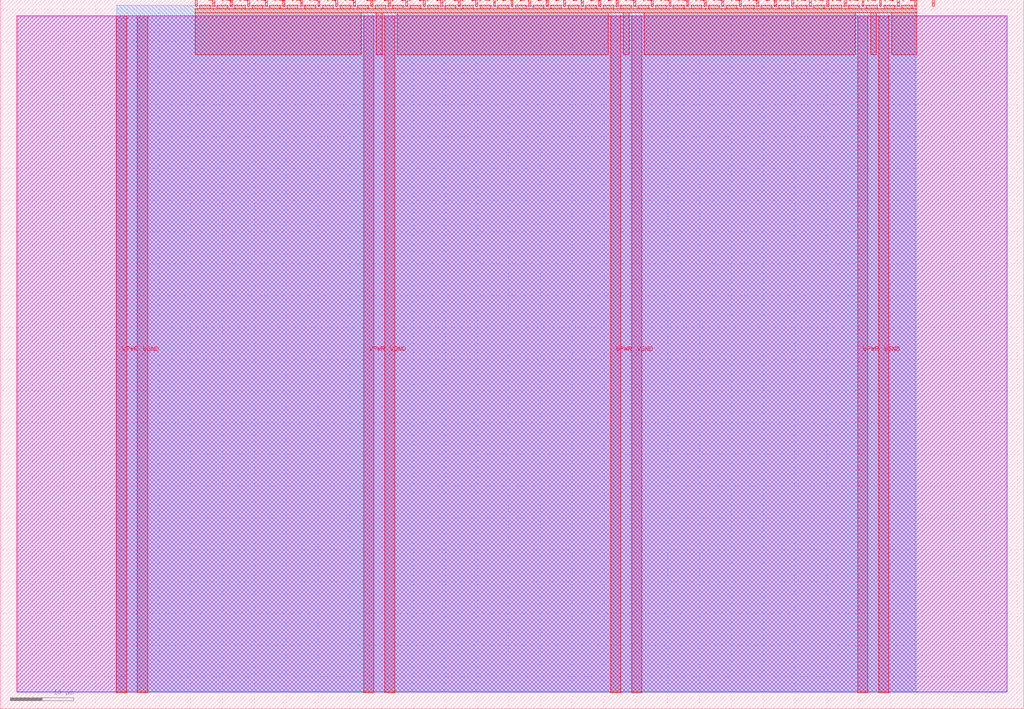
<source format=lef>
VERSION 5.7 ;
  NOWIREEXTENSIONATPIN ON ;
  DIVIDERCHAR "/" ;
  BUSBITCHARS "[]" ;
MACRO tt_um_wokwi_422960192552560641
  CLASS BLOCK ;
  FOREIGN tt_um_wokwi_422960192552560641 ;
  ORIGIN 0.000 0.000 ;
  SIZE 161.000 BY 111.520 ;
  PIN VGND
    DIRECTION INOUT ;
    USE GROUND ;
    PORT
      LAYER met4 ;
        RECT 21.580 2.480 23.180 109.040 ;
    END
    PORT
      LAYER met4 ;
        RECT 60.450 2.480 62.050 109.040 ;
    END
    PORT
      LAYER met4 ;
        RECT 99.320 2.480 100.920 109.040 ;
    END
    PORT
      LAYER met4 ;
        RECT 138.190 2.480 139.790 109.040 ;
    END
  END VGND
  PIN VPWR
    DIRECTION INOUT ;
    USE POWER ;
    PORT
      LAYER met4 ;
        RECT 18.280 2.480 19.880 109.040 ;
    END
    PORT
      LAYER met4 ;
        RECT 57.150 2.480 58.750 109.040 ;
    END
    PORT
      LAYER met4 ;
        RECT 96.020 2.480 97.620 109.040 ;
    END
    PORT
      LAYER met4 ;
        RECT 134.890 2.480 136.490 109.040 ;
    END
  END VPWR
  PIN clk
    DIRECTION INPUT ;
    USE SIGNAL ;
    ANTENNAGATEAREA 0.126000 ;
    PORT
      LAYER met4 ;
        RECT 143.830 110.520 144.130 111.520 ;
    END
  END clk
  PIN ena
    DIRECTION INPUT ;
    USE SIGNAL ;
    PORT
      LAYER met4 ;
        RECT 146.590 110.520 146.890 111.520 ;
    END
  END ena
  PIN rst_n
    DIRECTION INPUT ;
    USE SIGNAL ;
    ANTENNAGATEAREA 0.196500 ;
    PORT
      LAYER met4 ;
        RECT 141.070 110.520 141.370 111.520 ;
    END
  END rst_n
  PIN ui_in[0]
    DIRECTION INPUT ;
    USE SIGNAL ;
    ANTENNAGATEAREA 0.196500 ;
    PORT
      LAYER met4 ;
        RECT 138.310 110.520 138.610 111.520 ;
    END
  END ui_in[0]
  PIN ui_in[1]
    DIRECTION INPUT ;
    USE SIGNAL ;
    PORT
      LAYER met4 ;
        RECT 135.550 110.520 135.850 111.520 ;
    END
  END ui_in[1]
  PIN ui_in[2]
    DIRECTION INPUT ;
    USE SIGNAL ;
    PORT
      LAYER met4 ;
        RECT 132.790 110.520 133.090 111.520 ;
    END
  END ui_in[2]
  PIN ui_in[3]
    DIRECTION INPUT ;
    USE SIGNAL ;
    PORT
      LAYER met4 ;
        RECT 130.030 110.520 130.330 111.520 ;
    END
  END ui_in[3]
  PIN ui_in[4]
    DIRECTION INPUT ;
    USE SIGNAL ;
    PORT
      LAYER met4 ;
        RECT 127.270 110.520 127.570 111.520 ;
    END
  END ui_in[4]
  PIN ui_in[5]
    DIRECTION INPUT ;
    USE SIGNAL ;
    PORT
      LAYER met4 ;
        RECT 124.510 110.520 124.810 111.520 ;
    END
  END ui_in[5]
  PIN ui_in[6]
    DIRECTION INPUT ;
    USE SIGNAL ;
    PORT
      LAYER met4 ;
        RECT 121.750 110.520 122.050 111.520 ;
    END
  END ui_in[6]
  PIN ui_in[7]
    DIRECTION INPUT ;
    USE SIGNAL ;
    PORT
      LAYER met4 ;
        RECT 118.990 110.520 119.290 111.520 ;
    END
  END ui_in[7]
  PIN uio_in[0]
    DIRECTION INPUT ;
    USE SIGNAL ;
    PORT
      LAYER met4 ;
        RECT 116.230 110.520 116.530 111.520 ;
    END
  END uio_in[0]
  PIN uio_in[1]
    DIRECTION INPUT ;
    USE SIGNAL ;
    PORT
      LAYER met4 ;
        RECT 113.470 110.520 113.770 111.520 ;
    END
  END uio_in[1]
  PIN uio_in[2]
    DIRECTION INPUT ;
    USE SIGNAL ;
    PORT
      LAYER met4 ;
        RECT 110.710 110.520 111.010 111.520 ;
    END
  END uio_in[2]
  PIN uio_in[3]
    DIRECTION INPUT ;
    USE SIGNAL ;
    PORT
      LAYER met4 ;
        RECT 107.950 110.520 108.250 111.520 ;
    END
  END uio_in[3]
  PIN uio_in[4]
    DIRECTION INPUT ;
    USE SIGNAL ;
    PORT
      LAYER met4 ;
        RECT 105.190 110.520 105.490 111.520 ;
    END
  END uio_in[4]
  PIN uio_in[5]
    DIRECTION INPUT ;
    USE SIGNAL ;
    PORT
      LAYER met4 ;
        RECT 102.430 110.520 102.730 111.520 ;
    END
  END uio_in[5]
  PIN uio_in[6]
    DIRECTION INPUT ;
    USE SIGNAL ;
    PORT
      LAYER met4 ;
        RECT 99.670 110.520 99.970 111.520 ;
    END
  END uio_in[6]
  PIN uio_in[7]
    DIRECTION INPUT ;
    USE SIGNAL ;
    PORT
      LAYER met4 ;
        RECT 96.910 110.520 97.210 111.520 ;
    END
  END uio_in[7]
  PIN uio_oe[0]
    DIRECTION OUTPUT ;
    USE SIGNAL ;
    PORT
      LAYER met4 ;
        RECT 49.990 110.520 50.290 111.520 ;
    END
  END uio_oe[0]
  PIN uio_oe[1]
    DIRECTION OUTPUT ;
    USE SIGNAL ;
    PORT
      LAYER met4 ;
        RECT 47.230 110.520 47.530 111.520 ;
    END
  END uio_oe[1]
  PIN uio_oe[2]
    DIRECTION OUTPUT ;
    USE SIGNAL ;
    PORT
      LAYER met4 ;
        RECT 44.470 110.520 44.770 111.520 ;
    END
  END uio_oe[2]
  PIN uio_oe[3]
    DIRECTION OUTPUT ;
    USE SIGNAL ;
    PORT
      LAYER met4 ;
        RECT 41.710 110.520 42.010 111.520 ;
    END
  END uio_oe[3]
  PIN uio_oe[4]
    DIRECTION OUTPUT ;
    USE SIGNAL ;
    PORT
      LAYER met4 ;
        RECT 38.950 110.520 39.250 111.520 ;
    END
  END uio_oe[4]
  PIN uio_oe[5]
    DIRECTION OUTPUT ;
    USE SIGNAL ;
    PORT
      LAYER met4 ;
        RECT 36.190 110.520 36.490 111.520 ;
    END
  END uio_oe[5]
  PIN uio_oe[6]
    DIRECTION OUTPUT ;
    USE SIGNAL ;
    PORT
      LAYER met4 ;
        RECT 33.430 110.520 33.730 111.520 ;
    END
  END uio_oe[6]
  PIN uio_oe[7]
    DIRECTION OUTPUT ;
    USE SIGNAL ;
    PORT
      LAYER met4 ;
        RECT 30.670 110.520 30.970 111.520 ;
    END
  END uio_oe[7]
  PIN uio_out[0]
    DIRECTION OUTPUT ;
    USE SIGNAL ;
    PORT
      LAYER met4 ;
        RECT 72.070 110.520 72.370 111.520 ;
    END
  END uio_out[0]
  PIN uio_out[1]
    DIRECTION OUTPUT ;
    USE SIGNAL ;
    PORT
      LAYER met4 ;
        RECT 69.310 110.520 69.610 111.520 ;
    END
  END uio_out[1]
  PIN uio_out[2]
    DIRECTION OUTPUT ;
    USE SIGNAL ;
    PORT
      LAYER met4 ;
        RECT 66.550 110.520 66.850 111.520 ;
    END
  END uio_out[2]
  PIN uio_out[3]
    DIRECTION OUTPUT ;
    USE SIGNAL ;
    PORT
      LAYER met4 ;
        RECT 63.790 110.520 64.090 111.520 ;
    END
  END uio_out[3]
  PIN uio_out[4]
    DIRECTION OUTPUT ;
    USE SIGNAL ;
    PORT
      LAYER met4 ;
        RECT 61.030 110.520 61.330 111.520 ;
    END
  END uio_out[4]
  PIN uio_out[5]
    DIRECTION OUTPUT ;
    USE SIGNAL ;
    PORT
      LAYER met4 ;
        RECT 58.270 110.520 58.570 111.520 ;
    END
  END uio_out[5]
  PIN uio_out[6]
    DIRECTION OUTPUT ;
    USE SIGNAL ;
    PORT
      LAYER met4 ;
        RECT 55.510 110.520 55.810 111.520 ;
    END
  END uio_out[6]
  PIN uio_out[7]
    DIRECTION OUTPUT ;
    USE SIGNAL ;
    PORT
      LAYER met4 ;
        RECT 52.750 110.520 53.050 111.520 ;
    END
  END uio_out[7]
  PIN uo_out[0]
    DIRECTION OUTPUT ;
    USE SIGNAL ;
    ANTENNADIFFAREA 0.445500 ;
    PORT
      LAYER met4 ;
        RECT 94.150 110.520 94.450 111.520 ;
    END
  END uo_out[0]
  PIN uo_out[1]
    DIRECTION OUTPUT ;
    USE SIGNAL ;
    ANTENNADIFFAREA 0.445500 ;
    PORT
      LAYER met4 ;
        RECT 91.390 110.520 91.690 111.520 ;
    END
  END uo_out[1]
  PIN uo_out[2]
    DIRECTION OUTPUT ;
    USE SIGNAL ;
    ANTENNADIFFAREA 0.445500 ;
    PORT
      LAYER met4 ;
        RECT 88.630 110.520 88.930 111.520 ;
    END
  END uo_out[2]
  PIN uo_out[3]
    DIRECTION OUTPUT ;
    USE SIGNAL ;
    ANTENNADIFFAREA 0.445500 ;
    PORT
      LAYER met4 ;
        RECT 85.870 110.520 86.170 111.520 ;
    END
  END uo_out[3]
  PIN uo_out[4]
    DIRECTION OUTPUT ;
    USE SIGNAL ;
    ANTENNADIFFAREA 0.445500 ;
    PORT
      LAYER met4 ;
        RECT 83.110 110.520 83.410 111.520 ;
    END
  END uo_out[4]
  PIN uo_out[5]
    DIRECTION OUTPUT ;
    USE SIGNAL ;
    ANTENNADIFFAREA 0.445500 ;
    PORT
      LAYER met4 ;
        RECT 80.350 110.520 80.650 111.520 ;
    END
  END uo_out[5]
  PIN uo_out[6]
    DIRECTION OUTPUT ;
    USE SIGNAL ;
    PORT
      LAYER met4 ;
        RECT 77.590 110.520 77.890 111.520 ;
    END
  END uo_out[6]
  PIN uo_out[7]
    DIRECTION OUTPUT ;
    USE SIGNAL ;
    PORT
      LAYER met4 ;
        RECT 74.830 110.520 75.130 111.520 ;
    END
  END uo_out[7]
  OBS
      LAYER nwell ;
        RECT 2.570 2.635 158.430 108.990 ;
      LAYER li1 ;
        RECT 2.760 2.635 158.240 108.885 ;
      LAYER met1 ;
        RECT 2.760 2.480 158.240 109.040 ;
      LAYER met2 ;
        RECT 18.310 2.535 143.890 110.685 ;
      LAYER met3 ;
        RECT 18.290 2.555 144.170 110.665 ;
      LAYER met4 ;
        RECT 31.370 110.120 33.030 110.665 ;
        RECT 34.130 110.120 35.790 110.665 ;
        RECT 36.890 110.120 38.550 110.665 ;
        RECT 39.650 110.120 41.310 110.665 ;
        RECT 42.410 110.120 44.070 110.665 ;
        RECT 45.170 110.120 46.830 110.665 ;
        RECT 47.930 110.120 49.590 110.665 ;
        RECT 50.690 110.120 52.350 110.665 ;
        RECT 53.450 110.120 55.110 110.665 ;
        RECT 56.210 110.120 57.870 110.665 ;
        RECT 58.970 110.120 60.630 110.665 ;
        RECT 61.730 110.120 63.390 110.665 ;
        RECT 64.490 110.120 66.150 110.665 ;
        RECT 67.250 110.120 68.910 110.665 ;
        RECT 70.010 110.120 71.670 110.665 ;
        RECT 72.770 110.120 74.430 110.665 ;
        RECT 75.530 110.120 77.190 110.665 ;
        RECT 78.290 110.120 79.950 110.665 ;
        RECT 81.050 110.120 82.710 110.665 ;
        RECT 83.810 110.120 85.470 110.665 ;
        RECT 86.570 110.120 88.230 110.665 ;
        RECT 89.330 110.120 90.990 110.665 ;
        RECT 92.090 110.120 93.750 110.665 ;
        RECT 94.850 110.120 96.510 110.665 ;
        RECT 97.610 110.120 99.270 110.665 ;
        RECT 100.370 110.120 102.030 110.665 ;
        RECT 103.130 110.120 104.790 110.665 ;
        RECT 105.890 110.120 107.550 110.665 ;
        RECT 108.650 110.120 110.310 110.665 ;
        RECT 111.410 110.120 113.070 110.665 ;
        RECT 114.170 110.120 115.830 110.665 ;
        RECT 116.930 110.120 118.590 110.665 ;
        RECT 119.690 110.120 121.350 110.665 ;
        RECT 122.450 110.120 124.110 110.665 ;
        RECT 125.210 110.120 126.870 110.665 ;
        RECT 127.970 110.120 129.630 110.665 ;
        RECT 130.730 110.120 132.390 110.665 ;
        RECT 133.490 110.120 135.150 110.665 ;
        RECT 136.250 110.120 137.910 110.665 ;
        RECT 139.010 110.120 140.670 110.665 ;
        RECT 141.770 110.120 143.430 110.665 ;
        RECT 30.655 109.440 144.145 110.120 ;
        RECT 30.655 102.855 56.750 109.440 ;
        RECT 59.150 102.855 60.050 109.440 ;
        RECT 62.450 102.855 95.620 109.440 ;
        RECT 98.020 102.855 98.920 109.440 ;
        RECT 101.320 102.855 134.490 109.440 ;
        RECT 136.890 102.855 137.790 109.440 ;
        RECT 140.190 102.855 144.145 109.440 ;
  END
END tt_um_wokwi_422960192552560641
END LIBRARY


</source>
